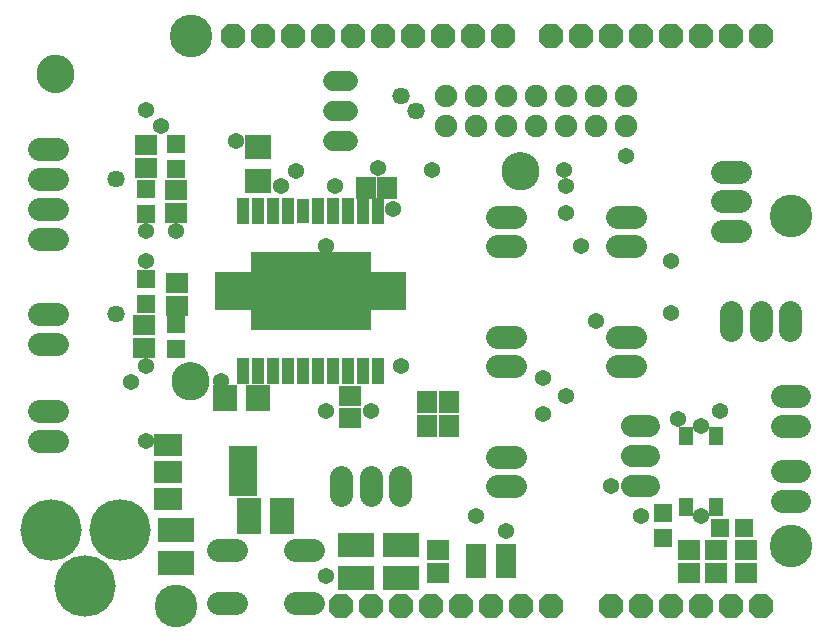
<source format=gts>
G75*
%MOIN*%
%OFA0B0*%
%FSLAX25Y25*%
%IPPOS*%
%LPD*%
%AMOC8*
5,1,8,0,0,1.08239X$1,22.5*
%
%ADD10C,0.14198*%
%ADD11R,0.07899X0.12230*%
%ADD12R,0.12230X0.07899*%
%ADD13R,0.07506X0.06718*%
%ADD14R,0.06718X0.07506*%
%ADD15C,0.08600*%
%ADD16C,0.05600*%
%ADD17R,0.04100X0.08600*%
%ADD18R,0.04100X0.08100*%
%ADD19R,0.40200X0.26000*%
%ADD20R,0.13600X0.13100*%
%ADD21R,0.09500X0.07500*%
%ADD22R,0.09500X0.16600*%
%ADD23C,0.07200*%
%ADD24R,0.04750X0.06324*%
%ADD25R,0.06324X0.06324*%
%ADD26R,0.07899X0.08698*%
%ADD27R,0.08698X0.07899*%
%ADD28C,0.06800*%
%ADD29C,0.07600*%
%ADD30OC8,0.08200*%
%ADD31R,0.06600X0.11600*%
%ADD32C,0.07537*%
%ADD33C,0.07537*%
%ADD34C,0.20498*%
%ADD35C,0.05365*%
%ADD36C,0.05759*%
D10*
X0073573Y0015000D03*
X0278573Y0035000D03*
X0278573Y0145000D03*
X0078573Y0205000D03*
D11*
X0098061Y0045000D03*
X0109085Y0045000D03*
D12*
X0133573Y0035512D03*
X0133573Y0024488D03*
X0148573Y0024488D03*
X0148573Y0035512D03*
X0073573Y0040512D03*
X0073573Y0029488D03*
D13*
X0131573Y0077760D03*
X0131573Y0085240D03*
X0074073Y0115260D03*
X0074073Y0122740D03*
X0063073Y0108740D03*
X0063073Y0101260D03*
X0073573Y0146260D03*
X0073573Y0153740D03*
X0063573Y0161260D03*
X0063573Y0168740D03*
X0161073Y0033740D03*
X0161073Y0026260D03*
X0244573Y0026260D03*
X0244573Y0033740D03*
X0253573Y0033740D03*
X0253573Y0026260D03*
X0263573Y0026260D03*
X0263573Y0033740D03*
D14*
X0164813Y0075000D03*
X0157333Y0075000D03*
X0157333Y0083000D03*
X0164813Y0083000D03*
X0143919Y0154500D03*
X0137226Y0154500D03*
D15*
X0186604Y0160000D02*
X0186606Y0160088D01*
X0186612Y0160176D01*
X0186622Y0160264D01*
X0186636Y0160352D01*
X0186653Y0160438D01*
X0186675Y0160524D01*
X0186700Y0160608D01*
X0186730Y0160692D01*
X0186762Y0160774D01*
X0186799Y0160854D01*
X0186839Y0160933D01*
X0186883Y0161010D01*
X0186930Y0161085D01*
X0186980Y0161157D01*
X0187034Y0161228D01*
X0187090Y0161295D01*
X0187150Y0161361D01*
X0187212Y0161423D01*
X0187278Y0161483D01*
X0187345Y0161539D01*
X0187416Y0161593D01*
X0187488Y0161643D01*
X0187563Y0161690D01*
X0187640Y0161734D01*
X0187719Y0161774D01*
X0187799Y0161811D01*
X0187881Y0161843D01*
X0187965Y0161873D01*
X0188049Y0161898D01*
X0188135Y0161920D01*
X0188221Y0161937D01*
X0188309Y0161951D01*
X0188397Y0161961D01*
X0188485Y0161967D01*
X0188573Y0161969D01*
X0188661Y0161967D01*
X0188749Y0161961D01*
X0188837Y0161951D01*
X0188925Y0161937D01*
X0189011Y0161920D01*
X0189097Y0161898D01*
X0189181Y0161873D01*
X0189265Y0161843D01*
X0189347Y0161811D01*
X0189427Y0161774D01*
X0189506Y0161734D01*
X0189583Y0161690D01*
X0189658Y0161643D01*
X0189730Y0161593D01*
X0189801Y0161539D01*
X0189868Y0161483D01*
X0189934Y0161423D01*
X0189996Y0161361D01*
X0190056Y0161295D01*
X0190112Y0161228D01*
X0190166Y0161157D01*
X0190216Y0161085D01*
X0190263Y0161010D01*
X0190307Y0160933D01*
X0190347Y0160854D01*
X0190384Y0160774D01*
X0190416Y0160692D01*
X0190446Y0160608D01*
X0190471Y0160524D01*
X0190493Y0160438D01*
X0190510Y0160352D01*
X0190524Y0160264D01*
X0190534Y0160176D01*
X0190540Y0160088D01*
X0190542Y0160000D01*
X0190540Y0159912D01*
X0190534Y0159824D01*
X0190524Y0159736D01*
X0190510Y0159648D01*
X0190493Y0159562D01*
X0190471Y0159476D01*
X0190446Y0159392D01*
X0190416Y0159308D01*
X0190384Y0159226D01*
X0190347Y0159146D01*
X0190307Y0159067D01*
X0190263Y0158990D01*
X0190216Y0158915D01*
X0190166Y0158843D01*
X0190112Y0158772D01*
X0190056Y0158705D01*
X0189996Y0158639D01*
X0189934Y0158577D01*
X0189868Y0158517D01*
X0189801Y0158461D01*
X0189730Y0158407D01*
X0189658Y0158357D01*
X0189583Y0158310D01*
X0189506Y0158266D01*
X0189427Y0158226D01*
X0189347Y0158189D01*
X0189265Y0158157D01*
X0189181Y0158127D01*
X0189097Y0158102D01*
X0189011Y0158080D01*
X0188925Y0158063D01*
X0188837Y0158049D01*
X0188749Y0158039D01*
X0188661Y0158033D01*
X0188573Y0158031D01*
X0188485Y0158033D01*
X0188397Y0158039D01*
X0188309Y0158049D01*
X0188221Y0158063D01*
X0188135Y0158080D01*
X0188049Y0158102D01*
X0187965Y0158127D01*
X0187881Y0158157D01*
X0187799Y0158189D01*
X0187719Y0158226D01*
X0187640Y0158266D01*
X0187563Y0158310D01*
X0187488Y0158357D01*
X0187416Y0158407D01*
X0187345Y0158461D01*
X0187278Y0158517D01*
X0187212Y0158577D01*
X0187150Y0158639D01*
X0187090Y0158705D01*
X0187034Y0158772D01*
X0186980Y0158843D01*
X0186930Y0158915D01*
X0186883Y0158990D01*
X0186839Y0159067D01*
X0186799Y0159146D01*
X0186762Y0159226D01*
X0186730Y0159308D01*
X0186700Y0159392D01*
X0186675Y0159476D01*
X0186653Y0159562D01*
X0186636Y0159648D01*
X0186622Y0159736D01*
X0186612Y0159824D01*
X0186606Y0159912D01*
X0186604Y0160000D01*
X0076604Y0090000D02*
X0076606Y0090088D01*
X0076612Y0090176D01*
X0076622Y0090264D01*
X0076636Y0090352D01*
X0076653Y0090438D01*
X0076675Y0090524D01*
X0076700Y0090608D01*
X0076730Y0090692D01*
X0076762Y0090774D01*
X0076799Y0090854D01*
X0076839Y0090933D01*
X0076883Y0091010D01*
X0076930Y0091085D01*
X0076980Y0091157D01*
X0077034Y0091228D01*
X0077090Y0091295D01*
X0077150Y0091361D01*
X0077212Y0091423D01*
X0077278Y0091483D01*
X0077345Y0091539D01*
X0077416Y0091593D01*
X0077488Y0091643D01*
X0077563Y0091690D01*
X0077640Y0091734D01*
X0077719Y0091774D01*
X0077799Y0091811D01*
X0077881Y0091843D01*
X0077965Y0091873D01*
X0078049Y0091898D01*
X0078135Y0091920D01*
X0078221Y0091937D01*
X0078309Y0091951D01*
X0078397Y0091961D01*
X0078485Y0091967D01*
X0078573Y0091969D01*
X0078661Y0091967D01*
X0078749Y0091961D01*
X0078837Y0091951D01*
X0078925Y0091937D01*
X0079011Y0091920D01*
X0079097Y0091898D01*
X0079181Y0091873D01*
X0079265Y0091843D01*
X0079347Y0091811D01*
X0079427Y0091774D01*
X0079506Y0091734D01*
X0079583Y0091690D01*
X0079658Y0091643D01*
X0079730Y0091593D01*
X0079801Y0091539D01*
X0079868Y0091483D01*
X0079934Y0091423D01*
X0079996Y0091361D01*
X0080056Y0091295D01*
X0080112Y0091228D01*
X0080166Y0091157D01*
X0080216Y0091085D01*
X0080263Y0091010D01*
X0080307Y0090933D01*
X0080347Y0090854D01*
X0080384Y0090774D01*
X0080416Y0090692D01*
X0080446Y0090608D01*
X0080471Y0090524D01*
X0080493Y0090438D01*
X0080510Y0090352D01*
X0080524Y0090264D01*
X0080534Y0090176D01*
X0080540Y0090088D01*
X0080542Y0090000D01*
X0080540Y0089912D01*
X0080534Y0089824D01*
X0080524Y0089736D01*
X0080510Y0089648D01*
X0080493Y0089562D01*
X0080471Y0089476D01*
X0080446Y0089392D01*
X0080416Y0089308D01*
X0080384Y0089226D01*
X0080347Y0089146D01*
X0080307Y0089067D01*
X0080263Y0088990D01*
X0080216Y0088915D01*
X0080166Y0088843D01*
X0080112Y0088772D01*
X0080056Y0088705D01*
X0079996Y0088639D01*
X0079934Y0088577D01*
X0079868Y0088517D01*
X0079801Y0088461D01*
X0079730Y0088407D01*
X0079658Y0088357D01*
X0079583Y0088310D01*
X0079506Y0088266D01*
X0079427Y0088226D01*
X0079347Y0088189D01*
X0079265Y0088157D01*
X0079181Y0088127D01*
X0079097Y0088102D01*
X0079011Y0088080D01*
X0078925Y0088063D01*
X0078837Y0088049D01*
X0078749Y0088039D01*
X0078661Y0088033D01*
X0078573Y0088031D01*
X0078485Y0088033D01*
X0078397Y0088039D01*
X0078309Y0088049D01*
X0078221Y0088063D01*
X0078135Y0088080D01*
X0078049Y0088102D01*
X0077965Y0088127D01*
X0077881Y0088157D01*
X0077799Y0088189D01*
X0077719Y0088226D01*
X0077640Y0088266D01*
X0077563Y0088310D01*
X0077488Y0088357D01*
X0077416Y0088407D01*
X0077345Y0088461D01*
X0077278Y0088517D01*
X0077212Y0088577D01*
X0077150Y0088639D01*
X0077090Y0088705D01*
X0077034Y0088772D01*
X0076980Y0088843D01*
X0076930Y0088915D01*
X0076883Y0088990D01*
X0076839Y0089067D01*
X0076799Y0089146D01*
X0076762Y0089226D01*
X0076730Y0089308D01*
X0076700Y0089392D01*
X0076675Y0089476D01*
X0076653Y0089562D01*
X0076636Y0089648D01*
X0076622Y0089736D01*
X0076612Y0089824D01*
X0076606Y0089912D01*
X0076604Y0090000D01*
X0031604Y0192500D02*
X0031606Y0192588D01*
X0031612Y0192676D01*
X0031622Y0192764D01*
X0031636Y0192852D01*
X0031653Y0192938D01*
X0031675Y0193024D01*
X0031700Y0193108D01*
X0031730Y0193192D01*
X0031762Y0193274D01*
X0031799Y0193354D01*
X0031839Y0193433D01*
X0031883Y0193510D01*
X0031930Y0193585D01*
X0031980Y0193657D01*
X0032034Y0193728D01*
X0032090Y0193795D01*
X0032150Y0193861D01*
X0032212Y0193923D01*
X0032278Y0193983D01*
X0032345Y0194039D01*
X0032416Y0194093D01*
X0032488Y0194143D01*
X0032563Y0194190D01*
X0032640Y0194234D01*
X0032719Y0194274D01*
X0032799Y0194311D01*
X0032881Y0194343D01*
X0032965Y0194373D01*
X0033049Y0194398D01*
X0033135Y0194420D01*
X0033221Y0194437D01*
X0033309Y0194451D01*
X0033397Y0194461D01*
X0033485Y0194467D01*
X0033573Y0194469D01*
X0033661Y0194467D01*
X0033749Y0194461D01*
X0033837Y0194451D01*
X0033925Y0194437D01*
X0034011Y0194420D01*
X0034097Y0194398D01*
X0034181Y0194373D01*
X0034265Y0194343D01*
X0034347Y0194311D01*
X0034427Y0194274D01*
X0034506Y0194234D01*
X0034583Y0194190D01*
X0034658Y0194143D01*
X0034730Y0194093D01*
X0034801Y0194039D01*
X0034868Y0193983D01*
X0034934Y0193923D01*
X0034996Y0193861D01*
X0035056Y0193795D01*
X0035112Y0193728D01*
X0035166Y0193657D01*
X0035216Y0193585D01*
X0035263Y0193510D01*
X0035307Y0193433D01*
X0035347Y0193354D01*
X0035384Y0193274D01*
X0035416Y0193192D01*
X0035446Y0193108D01*
X0035471Y0193024D01*
X0035493Y0192938D01*
X0035510Y0192852D01*
X0035524Y0192764D01*
X0035534Y0192676D01*
X0035540Y0192588D01*
X0035542Y0192500D01*
X0035540Y0192412D01*
X0035534Y0192324D01*
X0035524Y0192236D01*
X0035510Y0192148D01*
X0035493Y0192062D01*
X0035471Y0191976D01*
X0035446Y0191892D01*
X0035416Y0191808D01*
X0035384Y0191726D01*
X0035347Y0191646D01*
X0035307Y0191567D01*
X0035263Y0191490D01*
X0035216Y0191415D01*
X0035166Y0191343D01*
X0035112Y0191272D01*
X0035056Y0191205D01*
X0034996Y0191139D01*
X0034934Y0191077D01*
X0034868Y0191017D01*
X0034801Y0190961D01*
X0034730Y0190907D01*
X0034658Y0190857D01*
X0034583Y0190810D01*
X0034506Y0190766D01*
X0034427Y0190726D01*
X0034347Y0190689D01*
X0034265Y0190657D01*
X0034181Y0190627D01*
X0034097Y0190602D01*
X0034011Y0190580D01*
X0033925Y0190563D01*
X0033837Y0190549D01*
X0033749Y0190539D01*
X0033661Y0190533D01*
X0033573Y0190531D01*
X0033485Y0190533D01*
X0033397Y0190539D01*
X0033309Y0190549D01*
X0033221Y0190563D01*
X0033135Y0190580D01*
X0033049Y0190602D01*
X0032965Y0190627D01*
X0032881Y0190657D01*
X0032799Y0190689D01*
X0032719Y0190726D01*
X0032640Y0190766D01*
X0032563Y0190810D01*
X0032488Y0190857D01*
X0032416Y0190907D01*
X0032345Y0190961D01*
X0032278Y0191017D01*
X0032212Y0191077D01*
X0032150Y0191139D01*
X0032090Y0191205D01*
X0032034Y0191272D01*
X0031980Y0191343D01*
X0031930Y0191415D01*
X0031883Y0191490D01*
X0031839Y0191567D01*
X0031799Y0191646D01*
X0031762Y0191726D01*
X0031730Y0191808D01*
X0031700Y0191892D01*
X0031675Y0191976D01*
X0031653Y0192062D01*
X0031636Y0192148D01*
X0031622Y0192236D01*
X0031612Y0192324D01*
X0031606Y0192412D01*
X0031604Y0192500D01*
D16*
X0033573Y0192500D03*
X0078573Y0090000D03*
X0188573Y0160000D03*
D17*
X0141073Y0146700D03*
X0136073Y0146700D03*
X0131073Y0146700D03*
X0126073Y0146700D03*
X0121073Y0146700D03*
X0111073Y0146700D03*
X0106073Y0146700D03*
X0101073Y0146700D03*
X0096073Y0146700D03*
X0096073Y0093300D03*
X0101073Y0093300D03*
X0106073Y0093300D03*
X0111073Y0093300D03*
X0116073Y0093300D03*
X0121073Y0093300D03*
X0126073Y0093300D03*
X0131073Y0093300D03*
X0136073Y0093300D03*
X0141073Y0093300D03*
D18*
X0116073Y0146900D03*
D19*
X0118573Y0120000D03*
D20*
X0143873Y0120000D03*
X0093273Y0120000D03*
D21*
X0071173Y0068900D03*
X0071173Y0059900D03*
X0071173Y0050900D03*
D22*
X0095973Y0060000D03*
D23*
X0225773Y0055000D02*
X0231373Y0055000D01*
X0231373Y0065000D02*
X0225773Y0065000D01*
X0225773Y0075000D02*
X0231373Y0075000D01*
D24*
X0243573Y0071811D03*
X0253573Y0071811D03*
X0253573Y0048189D03*
X0243573Y0048189D03*
D25*
X0236073Y0046134D03*
X0236073Y0037866D03*
X0254939Y0041000D03*
X0263207Y0041000D03*
X0073573Y0100866D03*
X0073573Y0109134D03*
X0063573Y0115866D03*
X0063573Y0124134D03*
X0063573Y0145866D03*
X0063573Y0154134D03*
X0073573Y0160866D03*
X0073573Y0169134D03*
D26*
X0089974Y0084500D03*
X0101171Y0084500D03*
D27*
X0101073Y0156902D03*
X0101073Y0168098D03*
D28*
X0125973Y0170000D02*
X0131173Y0170000D01*
X0131173Y0180000D02*
X0125973Y0180000D01*
X0125973Y0190000D02*
X0131173Y0190000D01*
D29*
X0180573Y0144921D02*
X0186573Y0144921D01*
X0186573Y0135079D02*
X0180573Y0135079D01*
X0220573Y0135079D02*
X0226573Y0135079D01*
X0226573Y0144921D02*
X0220573Y0144921D01*
X0255573Y0140157D02*
X0261573Y0140157D01*
X0261573Y0150000D02*
X0255573Y0150000D01*
X0255573Y0159843D02*
X0261573Y0159843D01*
X0258730Y0113000D02*
X0258730Y0107000D01*
X0268573Y0107000D02*
X0268573Y0113000D01*
X0278415Y0113000D02*
X0278415Y0107000D01*
X0226573Y0104921D02*
X0220573Y0104921D01*
X0220573Y0095079D02*
X0226573Y0095079D01*
X0186573Y0095079D02*
X0180573Y0095079D01*
X0180573Y0104921D02*
X0186573Y0104921D01*
X0186573Y0064921D02*
X0180573Y0064921D01*
X0180573Y0055079D02*
X0186573Y0055079D01*
X0148415Y0058000D02*
X0148415Y0052000D01*
X0138573Y0052000D02*
X0138573Y0058000D01*
X0128730Y0058000D02*
X0128730Y0052000D01*
X0119373Y0033900D02*
X0113373Y0033900D01*
X0093773Y0033900D02*
X0087773Y0033900D01*
X0087773Y0016100D02*
X0093773Y0016100D01*
X0113373Y0016100D02*
X0119373Y0016100D01*
X0034073Y0102579D02*
X0028073Y0102579D01*
X0028073Y0112421D02*
X0034073Y0112421D01*
D30*
X0092573Y0205000D03*
X0102573Y0205000D03*
X0112573Y0205000D03*
X0122573Y0205000D03*
X0132573Y0205000D03*
X0142573Y0205000D03*
X0152573Y0205000D03*
X0162573Y0205000D03*
X0172573Y0205000D03*
X0182573Y0205000D03*
X0198573Y0205000D03*
X0208573Y0205000D03*
X0218573Y0205000D03*
X0228573Y0205000D03*
X0238573Y0205000D03*
X0248573Y0205000D03*
X0258573Y0205000D03*
X0268573Y0205000D03*
X0268573Y0015000D03*
X0258573Y0015000D03*
X0248573Y0015000D03*
X0238573Y0015000D03*
X0228573Y0015000D03*
X0218573Y0015000D03*
X0198573Y0015000D03*
X0188573Y0015000D03*
X0178573Y0015000D03*
X0168573Y0015000D03*
X0158573Y0015000D03*
X0148573Y0015000D03*
X0138573Y0015000D03*
X0128573Y0015000D03*
D31*
X0173573Y0030000D03*
X0183573Y0030000D03*
D32*
X0183573Y0175000D03*
X0193573Y0175000D03*
X0203573Y0175000D03*
X0213573Y0175000D03*
X0223573Y0175000D03*
X0223573Y0185000D03*
X0213573Y0185000D03*
X0203573Y0185000D03*
X0193573Y0185000D03*
X0183573Y0185000D03*
X0173573Y0185000D03*
X0163573Y0185000D03*
X0163573Y0175000D03*
X0173573Y0175000D03*
D33*
X0275604Y0085000D02*
X0281541Y0085000D01*
X0281541Y0075000D02*
X0275604Y0075000D01*
X0275604Y0060000D02*
X0281541Y0060000D01*
X0281541Y0050000D02*
X0275604Y0050000D01*
X0034041Y0070000D02*
X0028104Y0070000D01*
X0028104Y0080000D02*
X0034041Y0080000D01*
X0034041Y0137500D02*
X0028104Y0137500D01*
X0028104Y0147500D02*
X0034041Y0147500D01*
X0034041Y0157500D02*
X0028104Y0157500D01*
X0028104Y0167500D02*
X0034041Y0167500D01*
D34*
X0043337Y0021890D03*
X0031919Y0040394D03*
X0055148Y0040394D03*
D35*
X0063573Y0070000D03*
X0058573Y0089917D03*
X0063573Y0095000D03*
X0088573Y0090000D03*
X0123573Y0080000D03*
X0138573Y0080000D03*
X0148573Y0095000D03*
X0143573Y0120000D03*
X0123573Y0135283D03*
X0146073Y0147500D03*
X0158960Y0160387D03*
X0141073Y0161035D03*
X0126790Y0155000D03*
X0113573Y0160000D03*
X0108573Y0155000D03*
X0093573Y0170000D03*
X0068573Y0175000D03*
X0063573Y0180583D03*
X0063573Y0140000D03*
X0073573Y0140000D03*
X0063573Y0130000D03*
X0173573Y0045000D03*
X0183573Y0040000D03*
X0218573Y0055000D03*
X0228573Y0045000D03*
X0248573Y0045000D03*
X0248573Y0075000D03*
X0241073Y0077500D03*
X0255073Y0080000D03*
X0213573Y0110000D03*
X0238573Y0112748D03*
X0238573Y0130000D03*
X0208573Y0135000D03*
X0203573Y0146000D03*
X0203573Y0155000D03*
X0203045Y0160528D03*
X0223573Y0165000D03*
X0196073Y0091000D03*
X0203573Y0085000D03*
X0196073Y0079000D03*
X0123573Y0025000D03*
D36*
X0053573Y0112500D03*
X0053573Y0157500D03*
X0148573Y0185000D03*
X0153573Y0180000D03*
M02*

</source>
